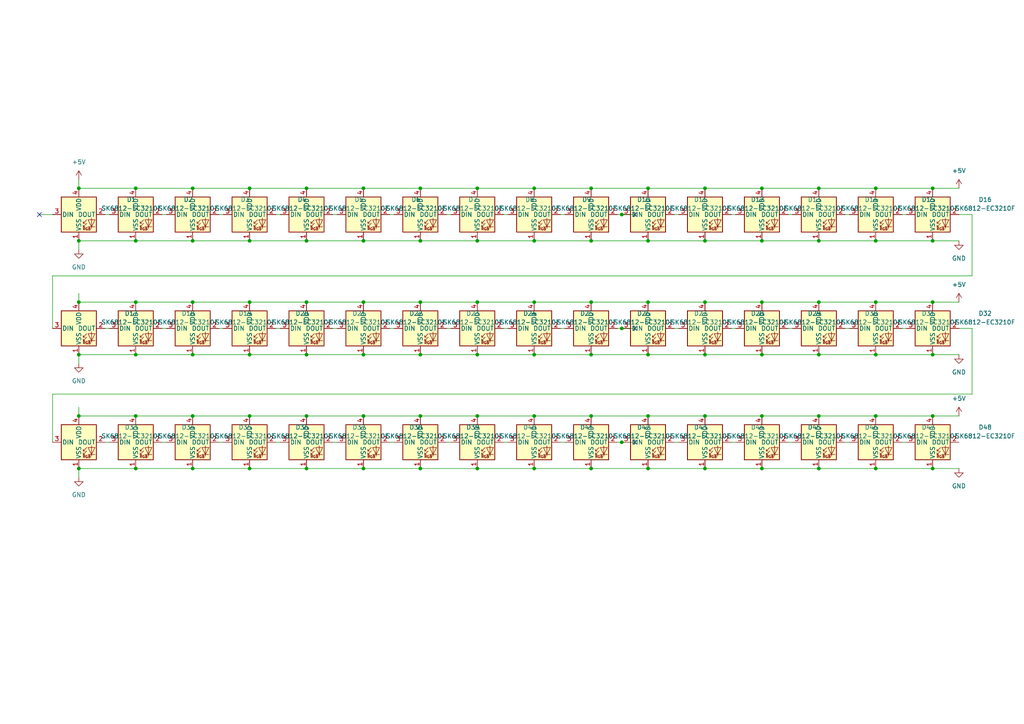
<source format=kicad_sch>
(kicad_sch (version 20230121) (generator eeschema)
  (paper "A4")
  (lib_symbols
    (symbol "CustomSymbols:SK6812-EC3210F" (pin_names (offset 0.254))
      (property "Reference" "D" (at 5.08 5.715 0))
      (property "Value" "SK6812-EC3210F" (at 1.27 -5.715 0))
      (symbol "SK6812-EC3210F_0_0"
        (text "RGB" (at 2.286 -4.191 0) (effects (font (size 0.762 0.762))))
      )
      (symbol "SK6812-EC3210F_0_1"
        (polyline (pts (xy 1.27 -3.556) (xy 1.778 -3.556)))
        (polyline (pts (xy 1.27 -2.54) (xy 1.778 -2.54)))
        (polyline (pts (xy 4.699 -3.556) (xy 2.667 -3.556)))
        (polyline (pts (xy 2.286 -2.54) (xy 1.27 -3.556) (xy 1.27 -3.048)))
        (polyline (pts (xy 2.286 -1.524) (xy 1.27 -2.54) (xy 1.27 -2.032)))
        (polyline (pts (xy 3.683 -1.016) (xy 3.683 -3.556) (xy 3.683 -4.064)))
        (polyline (pts (xy 4.699 -1.524) (xy 2.667 -1.524) (xy 3.683 -3.556) (xy 4.699 -1.524)))
        (rectangle (start 5.08 5.08) (end -5.08 -5.08) (stroke (width 0.254)) (fill (type background)))
      )
      (symbol "SK6812-EC3210F_1_1"
        (pin power_in line (at 0 -7.62 90) (length 2.54) (name "VSS") (number "1"))
        (pin output line (at 7.62 0 180) (length 2.54) (name "DOUT") (number "2"))
        (pin input line (at -7.62 0 0) (length 2.54) (name "DIN") (number "3"))
        (pin power_in line (at 0 7.62 270) (length 2.54) (name "VDD") (number "4"))
      )
    )
    (symbol "power:+5V" (power) (pin_names (offset 0))
      (property "Value" "+5V" (at 0 3.556 0))
      (symbol "+5V_0_1"
        (polyline (pts (xy -0.762 1.27) (xy 0 2.54)))
        (polyline (pts (xy 0 0) (xy 0 2.54)))
        (polyline (pts (xy 0 2.54) (xy 0.762 1.27)))
      )
      (symbol "+5V_1_1"
        (pin power_in line (at 0 0 90) (length 0) hide (name "+5V") (number "1"))
      )
    )
    (symbol "power:GND" (power) (pin_names (offset 0))
      (property "Value" "GND" (at 0 -3.81 0))
      (symbol "GND_0_1"
        (polyline (pts (xy 0 0) (xy 0 -1.27) (xy 1.27 -1.27) (xy 0 -2.54) (xy -1.27 -1.27) (xy 0 -1.27)))
      )
      (symbol "GND_1_1"
        (pin power_in line (at 0 0 270) (length 0) hide (name "GND") (number "1"))
      )
    )
  )
  (junction (at 72.39 120.65))
  (junction (at 171.45 102.87))
  (junction (at 154.94 120.65))
  (junction (at 121.92 120.65))
  (junction (at 237.49 102.87))
  (junction (at 121.92 87.63))
  (junction (at 105.41 135.89))
  (junction (at 180.34 95.25))
  (junction (at 220.98 69.85))
  (junction (at 39.37 54.61))
  (junction (at 55.88 54.61))
  (junction (at 22.86 102.87))
  (junction (at 88.9 102.87))
  (junction (at 121.92 54.61))
  (junction (at 204.47 87.63))
  (junction (at 138.43 54.61))
  (junction (at 270.51 135.89))
  (junction (at 237.49 135.89))
  (junction (at 55.88 69.85))
  (junction (at 254 87.63))
  (junction (at 187.96 102.87))
  (junction (at 22.86 135.89))
  (junction (at 55.88 102.87))
  (junction (at 270.51 120.65))
  (junction (at 270.51 87.63))
  (junction (at 105.41 69.85))
  (junction (at 171.45 69.85))
  (junction (at 88.9 135.89))
  (junction (at 72.39 135.89))
  (junction (at 72.39 87.63))
  (junction (at 220.98 54.61))
  (junction (at 237.49 54.61))
  (junction (at 187.96 135.89))
  (junction (at 22.86 69.85))
  (junction (at 39.37 69.85))
  (junction (at 72.39 102.87))
  (junction (at 171.45 87.63))
  (junction (at 138.43 87.63))
  (junction (at 204.47 120.65))
  (junction (at 204.47 102.87))
  (junction (at 22.86 87.63))
  (junction (at 154.94 102.87))
  (junction (at 187.96 69.85))
  (junction (at 154.94 54.61))
  (junction (at 72.39 69.85))
  (junction (at 237.49 69.85))
  (junction (at 55.88 135.89))
  (junction (at 187.96 120.65))
  (junction (at 22.86 54.61))
  (junction (at 22.86 120.65))
  (junction (at 237.49 120.65))
  (junction (at 180.34 62.23))
  (junction (at 187.96 54.61))
  (junction (at 171.45 54.61))
  (junction (at 270.51 102.87))
  (junction (at 39.37 120.65))
  (junction (at 88.9 87.63))
  (junction (at 105.41 87.63))
  (junction (at 204.47 54.61))
  (junction (at 154.94 135.89))
  (junction (at 220.98 87.63))
  (junction (at 237.49 87.63))
  (junction (at 39.37 87.63))
  (junction (at 55.88 87.63))
  (junction (at 121.92 102.87))
  (junction (at 220.98 120.65))
  (junction (at 154.94 69.85))
  (junction (at 254 69.85))
  (junction (at 171.45 135.89))
  (junction (at 105.41 120.65))
  (junction (at 204.47 69.85))
  (junction (at 55.88 120.65))
  (junction (at 138.43 69.85))
  (junction (at 270.51 69.85))
  (junction (at 254 135.89))
  (junction (at 138.43 102.87))
  (junction (at 121.92 69.85))
  (junction (at 220.98 135.89))
  (junction (at 171.45 120.65))
  (junction (at 105.41 102.87))
  (junction (at 254 54.61))
  (junction (at 254 120.65))
  (junction (at 138.43 120.65))
  (junction (at 88.9 69.85))
  (junction (at 88.9 54.61))
  (junction (at 187.96 87.63))
  (junction (at 72.39 54.61))
  (junction (at 204.47 135.89))
  (junction (at 39.37 102.87))
  (junction (at 121.92 135.89))
  (junction (at 138.43 135.89))
  (junction (at 270.51 54.61))
  (junction (at 220.98 102.87))
  (junction (at 88.9 120.65))
  (junction (at 180.34 128.27))
  (junction (at 154.94 87.63))
  (junction (at 254 102.87))
  (junction (at 105.41 54.61))
  (junction (at 39.37 135.89))
  (no_connect (at 184.15 62.23))
  (no_connect (at 11.43 62.23))
  (no_connect (at 184.15 128.27))
  (no_connect (at 184.15 95.25))
  (wire (pts (xy 180.34 62.23) (xy 179.07 62.23)))
  (wire (pts (xy 278.13 102.87) (xy 270.51 102.87)))
  (wire (pts (xy 105.41 69.85) (xy 121.92 69.85)))
  (wire (pts (xy 30.48 128.27) (xy 31.75 128.27)))
  (wire (pts (xy 220.98 54.61) (xy 237.49 54.61)))
  (wire (pts (xy 245.11 62.23) (xy 246.38 62.23)))
  (wire (pts (xy 281.94 95.25) (xy 281.94 114.3)))
  (wire (pts (xy 72.39 135.89) (xy 88.9 135.89)))
  (wire (pts (xy 72.39 87.63) (xy 88.9 87.63)))
  (wire (pts (xy 278.13 95.25) (xy 281.94 95.25)))
  (wire (pts (xy 278.13 135.89) (xy 270.51 135.89)))
  (wire (pts (xy 129.54 62.23) (xy 130.81 62.23)))
  (wire (pts (xy 105.41 120.65) (xy 121.92 120.65)))
  (wire (pts (xy 270.51 69.85) (xy 254 69.85)))
  (wire (pts (xy 187.96 120.65) (xy 204.47 120.65)))
  (wire (pts (xy 63.5 95.25) (xy 64.77 95.25)))
  (wire (pts (xy 138.43 54.61) (xy 154.94 54.61)))
  (wire (pts (xy 88.9 135.89) (xy 105.41 135.89)))
  (wire (pts (xy 228.6 62.23) (xy 229.87 62.23)))
  (wire (pts (xy 180.34 128.27) (xy 179.07 128.27)))
  (wire (pts (xy 278.13 54.61) (xy 270.51 54.61)))
  (wire (pts (xy 55.88 120.65) (xy 72.39 120.65)))
  (wire (pts (xy 96.52 62.23) (xy 97.79 62.23)))
  (wire (pts (xy 171.45 120.65) (xy 187.96 120.65)))
  (wire (pts (xy 261.62 128.27) (xy 262.89 128.27)))
  (wire (pts (xy 184.15 95.25) (xy 180.34 95.25)))
  (wire (pts (xy 88.9 54.61) (xy 105.41 54.61)))
  (wire (pts (xy 11.43 62.23) (xy 15.24 62.23)))
  (wire (pts (xy 261.62 95.25) (xy 262.89 95.25)))
  (wire (pts (xy 105.41 102.87) (xy 121.92 102.87)))
  (wire (pts (xy 171.45 69.85) (xy 187.96 69.85)))
  (wire (pts (xy 96.52 95.25) (xy 97.79 95.25)))
  (wire (pts (xy 187.96 87.63) (xy 204.47 87.63)))
  (wire (pts (xy 138.43 135.89) (xy 154.94 135.89)))
  (wire (pts (xy 204.47 120.65) (xy 220.98 120.65)))
  (wire (pts (xy 39.37 54.61) (xy 55.88 54.61)))
  (wire (pts (xy 220.98 102.87) (xy 237.49 102.87)))
  (wire (pts (xy 180.34 95.25) (xy 179.07 95.25)))
  (wire (pts (xy 88.9 102.87) (xy 105.41 102.87)))
  (wire (pts (xy 187.96 69.85) (xy 204.47 69.85)))
  (wire (pts (xy 129.54 95.25) (xy 130.81 95.25)))
  (wire (pts (xy 46.99 128.27) (xy 48.26 128.27)))
  (wire (pts (xy 162.56 95.25) (xy 163.83 95.25)))
  (wire (pts (xy 113.03 128.27) (xy 114.3 128.27)))
  (wire (pts (xy 281.94 80.01) (xy 15.24 80.01)))
  (wire (pts (xy 88.9 120.65) (xy 105.41 120.65)))
  (wire (pts (xy 171.45 102.87) (xy 187.96 102.87)))
  (wire (pts (xy 204.47 87.63) (xy 220.98 87.63)))
  (wire (pts (xy 220.98 120.65) (xy 237.49 120.65)))
  (wire (pts (xy 254 87.63) (xy 270.51 87.63)))
  (wire (pts (xy 146.05 128.27) (xy 147.32 128.27)))
  (wire (pts (xy 22.86 52.07) (xy 22.86 54.61)))
  (wire (pts (xy 121.92 102.87) (xy 138.43 102.87)))
  (wire (pts (xy 245.11 128.27) (xy 246.38 128.27)))
  (wire (pts (xy 63.5 128.27) (xy 64.77 128.27)))
  (wire (pts (xy 39.37 87.63) (xy 55.88 87.63)))
  (wire (pts (xy 162.56 62.23) (xy 163.83 62.23)))
  (wire (pts (xy 121.92 69.85) (xy 138.43 69.85)))
  (wire (pts (xy 278.13 69.85) (xy 270.51 69.85)))
  (wire (pts (xy 162.56 128.27) (xy 163.83 128.27)))
  (wire (pts (xy 187.96 54.61) (xy 204.47 54.61)))
  (wire (pts (xy 187.96 102.87) (xy 204.47 102.87)))
  (wire (pts (xy 171.45 135.89) (xy 187.96 135.89)))
  (wire (pts (xy 237.49 54.61) (xy 254 54.61)))
  (wire (pts (xy 80.01 128.27) (xy 81.28 128.27)))
  (wire (pts (xy 154.94 69.85) (xy 171.45 69.85)))
  (wire (pts (xy 55.88 87.63) (xy 72.39 87.63)))
  (wire (pts (xy 39.37 69.85) (xy 55.88 69.85)))
  (wire (pts (xy 22.86 102.87) (xy 22.86 105.41)))
  (wire (pts (xy 220.98 87.63) (xy 237.49 87.63)))
  (wire (pts (xy 138.43 120.65) (xy 154.94 120.65)))
  (wire (pts (xy 113.03 62.23) (xy 114.3 62.23)))
  (wire (pts (xy 171.45 87.63) (xy 187.96 87.63)))
  (wire (pts (xy 187.96 135.89) (xy 204.47 135.89)))
  (wire (pts (xy 22.86 120.65) (xy 39.37 120.65)))
  (wire (pts (xy 254 54.61) (xy 270.51 54.61)))
  (wire (pts (xy 146.05 95.25) (xy 147.32 95.25)))
  (wire (pts (xy 46.99 62.23) (xy 48.26 62.23)))
  (wire (pts (xy 154.94 120.65) (xy 171.45 120.65)))
  (wire (pts (xy 105.41 135.89) (xy 121.92 135.89)))
  (wire (pts (xy 254 120.65) (xy 270.51 120.65)))
  (wire (pts (xy 281.94 114.3) (xy 15.24 114.3)))
  (wire (pts (xy 46.99 95.25) (xy 48.26 95.25)))
  (wire (pts (xy 96.52 128.27) (xy 97.79 128.27)))
  (wire (pts (xy 270.51 135.89) (xy 254 135.89)))
  (wire (pts (xy 121.92 120.65) (xy 138.43 120.65)))
  (wire (pts (xy 105.41 54.61) (xy 121.92 54.61)))
  (wire (pts (xy 55.88 54.61) (xy 72.39 54.61)))
  (wire (pts (xy 39.37 135.89) (xy 55.88 135.89)))
  (wire (pts (xy 212.09 95.25) (xy 213.36 95.25)))
  (wire (pts (xy 270.51 102.87) (xy 254 102.87)))
  (wire (pts (xy 212.09 128.27) (xy 213.36 128.27)))
  (wire (pts (xy 278.13 120.65) (xy 270.51 120.65)))
  (wire (pts (xy 154.94 87.63) (xy 171.45 87.63)))
  (wire (pts (xy 204.47 135.89) (xy 220.98 135.89)))
  (wire (pts (xy 237.49 102.87) (xy 254 102.87)))
  (wire (pts (xy 184.15 128.27) (xy 180.34 128.27)))
  (wire (pts (xy 55.88 135.89) (xy 72.39 135.89)))
  (wire (pts (xy 22.86 135.89) (xy 22.86 138.43)))
  (wire (pts (xy 278.13 62.23) (xy 281.94 62.23)))
  (wire (pts (xy 237.49 120.65) (xy 254 120.65)))
  (wire (pts (xy 22.86 69.85) (xy 39.37 69.85)))
  (wire (pts (xy 22.86 87.63) (xy 39.37 87.63)))
  (wire (pts (xy 39.37 102.87) (xy 55.88 102.87)))
  (wire (pts (xy 80.01 95.25) (xy 81.28 95.25)))
  (wire (pts (xy 72.39 54.61) (xy 88.9 54.61)))
  (wire (pts (xy 281.94 62.23) (xy 281.94 80.01)))
  (wire (pts (xy 237.49 87.63) (xy 254 87.63)))
  (wire (pts (xy 63.5 62.23) (xy 64.77 62.23)))
  (wire (pts (xy 245.11 95.25) (xy 246.38 95.25)))
  (wire (pts (xy 204.47 102.87) (xy 220.98 102.87)))
  (wire (pts (xy 146.05 62.23) (xy 147.32 62.23)))
  (wire (pts (xy 22.86 54.61) (xy 39.37 54.61)))
  (wire (pts (xy 30.48 62.23) (xy 31.75 62.23)))
  (wire (pts (xy 220.98 135.89) (xy 237.49 135.89)))
  (wire (pts (xy 154.94 102.87) (xy 171.45 102.87)))
  (wire (pts (xy 72.39 69.85) (xy 88.9 69.85)))
  (wire (pts (xy 278.13 87.63) (xy 270.51 87.63)))
  (wire (pts (xy 88.9 69.85) (xy 105.41 69.85)))
  (wire (pts (xy 195.58 62.23) (xy 196.85 62.23)))
  (wire (pts (xy 204.47 54.61) (xy 220.98 54.61)))
  (wire (pts (xy 22.86 69.85) (xy 22.86 72.39)))
  (wire (pts (xy 30.48 95.25) (xy 31.75 95.25)))
  (wire (pts (xy 138.43 102.87) (xy 154.94 102.87)))
  (wire (pts (xy 121.92 87.63) (xy 138.43 87.63)))
  (wire (pts (xy 121.92 54.61) (xy 138.43 54.61)))
  (wire (pts (xy 237.49 135.89) (xy 254 135.89)))
  (wire (pts (xy 237.49 69.85) (xy 254 69.85)))
  (wire (pts (xy 39.37 120.65) (xy 55.88 120.65)))
  (wire (pts (xy 72.39 120.65) (xy 88.9 120.65)))
  (wire (pts (xy 80.01 62.23) (xy 81.28 62.23)))
  (wire (pts (xy 22.86 118.11) (xy 22.86 120.65)))
  (wire (pts (xy 113.03 95.25) (xy 114.3 95.25)))
  (wire (pts (xy 138.43 69.85) (xy 154.94 69.85)))
  (wire (pts (xy 154.94 54.61) (xy 171.45 54.61)))
  (wire (pts (xy 22.86 135.89) (xy 39.37 135.89)))
  (wire (pts (xy 212.09 62.23) (xy 213.36 62.23)))
  (wire (pts (xy 228.6 95.25) (xy 229.87 95.25)))
  (wire (pts (xy 171.45 54.61) (xy 187.96 54.61)))
  (wire (pts (xy 228.6 128.27) (xy 229.87 128.27)))
  (wire (pts (xy 204.47 69.85) (xy 220.98 69.85)))
  (wire (pts (xy 195.58 95.25) (xy 196.85 95.25)))
  (wire (pts (xy 22.86 102.87) (xy 39.37 102.87)))
  (wire (pts (xy 105.41 87.63) (xy 121.92 87.63)))
  (wire (pts (xy 15.24 114.3) (xy 15.24 128.27)))
  (wire (pts (xy 15.24 80.01) (xy 15.24 95.25)))
  (wire (pts (xy 72.39 102.87) (xy 88.9 102.87)))
  (wire (pts (xy 121.92 135.89) (xy 138.43 135.89)))
  (wire (pts (xy 184.15 62.23) (xy 180.34 62.23)))
  (wire (pts (xy 138.43 87.63) (xy 154.94 87.63)))
  (wire (pts (xy 22.86 85.09) (xy 22.86 87.63)))
  (wire (pts (xy 220.98 69.85) (xy 237.49 69.85)))
  (wire (pts (xy 129.54 128.27) (xy 130.81 128.27)))
  (wire (pts (xy 55.88 102.87) (xy 72.39 102.87)))
  (wire (pts (xy 55.88 69.85) (xy 72.39 69.85)))
  (wire (pts (xy 88.9 87.63) (xy 105.41 87.63)))
  (wire (pts (xy 154.94 135.89) (xy 171.45 135.89)))
  (wire (pts (xy 261.62 62.23) (xy 262.89 62.23)))
  (wire (pts (xy 195.58 128.27) (xy 196.85 128.27)))
  (symbol (lib_id "CustomSymbols:SK6812-EC3210F") (at 270.51 128.27 0) (unit 1)
    (property "Reference" "D48" (at 285.75 123.9393 0))
    (property "Value" "SK6812-EC3210F" (at 285.75 126.4793 0))
    (property "Footprint" "Custom Footprint Library:SK6812-EC3210F" (effects hide))
    (property "Datasheet" "https://cdn-shop.adafruit.com/product-files/4892/4892_SK68XX-EC3210F__REV.A.pdf" (effects hide))
  )
  (symbol (lib_id "CustomSymbols:SK6812-EC3210F") (at 220.98 62.23 0) (unit 1)
    (property "Reference" "D13" (at 236.22 57.8993 0))
    (property "Value" "SK6812-EC3210F" (at 236.22 60.4393 0))
    (property "Footprint" "Custom Footprint Library:SK6812-EC3210F" (effects hide))
    (property "Datasheet" "https://cdn-shop.adafruit.com/product-files/4892/4892_SK68XX-EC3210F__REV.A.pdf" (effects hide))
  )
  (symbol (lib_id "CustomSymbols:SK6812-EC3210F") (at 55.88 95.25 0) (unit 1)
    (property "Reference" "D19" (at 71.12 90.9193 0))
    (property "Value" "SK6812-EC3210F" (at 71.12 93.4593 0))
    (property "Footprint" "Custom Footprint Library:SK6812-EC3210F" (effects hide))
    (property "Datasheet" "https://cdn-shop.adafruit.com/product-files/4892/4892_SK68XX-EC3210F__REV.A.pdf" (effects hide))
  )
  (symbol (lib_id "CustomSymbols:SK6812-EC3210F") (at 121.92 95.25 0) (unit 1)
    (property "Reference" "D23" (at 137.16 90.9193 0))
    (property "Value" "SK6812-EC3210F" (at 137.16 93.4593 0))
    (property "Footprint" "Custom Footprint Library:SK6812-EC3210F" (effects hide))
    (property "Datasheet" "https://cdn-shop.adafruit.com/product-files/4892/4892_SK68XX-EC3210F__REV.A.pdf" (effects hide))
  )
  (symbol (lib_id "power:+5V") (at 22.86 52.07 0) (unit 1)
    (property "Reference" "#PWR0101" (effects hide))
    (property "Value" "+5V" (at 22.86 46.99 0))
  )
  (symbol (lib_id "power:+5V") (at 278.13 120.65 0) (unit 1)
    (property "Reference" "#PWR07" (effects hide))
    (property "Value" "+5V" (at 278.13 115.57 0))
  )
  (symbol (lib_id "CustomSymbols:SK6812-EC3210F") (at 22.86 62.23 0) (unit 1)
    (property "Reference" "D1" (at 38.1 57.8993 0))
    (property "Value" "SK6812-EC3210F" (at 38.1 60.4393 0))
    (property "Footprint" "Custom Footprint Library:SK6812-EC3210F" (effects hide))
    (property "Datasheet" "https://cdn-shop.adafruit.com/product-files/4892/4892_SK68XX-EC3210F__REV.A.pdf" (effects hide))
  )
  (symbol (lib_id "power:GND") (at 22.86 138.43 0) (unit 1)
    (property "Reference" "#PWR06" (effects hide))
    (property "Value" "GND" (at 22.86 143.51 0))
  )
  (symbol (lib_id "CustomSymbols:SK6812-EC3210F") (at 187.96 95.25 0) (unit 1)
    (property "Reference" "D27" (at 203.2 90.9193 0))
    (property "Value" "SK6812-EC3210F" (at 203.2 93.4593 0))
    (property "Footprint" "Custom Footprint Library:SK6812-EC3210F" (effects hide))
    (property "Datasheet" "https://cdn-shop.adafruit.com/product-files/4892/4892_SK68XX-EC3210F__REV.A.pdf" (effects hide))
  )
  (symbol (lib_id "CustomSymbols:SK6812-EC3210F") (at 22.86 95.25 0) (unit 1)
    (property "Reference" "D17" (at 38.1 90.9193 0))
    (property "Value" "SK6812-EC3210F" (at 38.1 93.4593 0))
    (property "Footprint" "Custom Footprint Library:SK6812-EC3210F" (effects hide))
    (property "Datasheet" "https://cdn-shop.adafruit.com/product-files/4892/4892_SK68XX-EC3210F__REV.A.pdf" (effects hide))
  )
  (symbol (lib_id "CustomSymbols:SK6812-EC3210F") (at 121.92 62.23 0) (unit 1)
    (property "Reference" "D7" (at 137.16 57.8993 0))
    (property "Value" "SK6812-EC3210F" (at 137.16 60.4393 0))
    (property "Footprint" "Custom Footprint Library:SK6812-EC3210F" (effects hide))
    (property "Datasheet" "https://cdn-shop.adafruit.com/product-files/4892/4892_SK68XX-EC3210F__REV.A.pdf" (effects hide))
  )
  (symbol (lib_id "CustomSymbols:SK6812-EC3210F") (at 204.47 62.23 0) (unit 1)
    (property "Reference" "D12" (at 219.71 57.8993 0))
    (property "Value" "SK6812-EC3210F" (at 219.71 60.4393 0))
    (property "Footprint" "Custom Footprint Library:SK6812-EC3210F" (effects hide))
    (property "Datasheet" "https://cdn-shop.adafruit.com/product-files/4892/4892_SK68XX-EC3210F__REV.A.pdf" (effects hide))
  )
  (symbol (lib_id "CustomSymbols:SK6812-EC3210F") (at 105.41 62.23 0) (unit 1)
    (property "Reference" "D6" (at 120.65 57.8993 0))
    (property "Value" "SK6812-EC3210F" (at 120.65 60.4393 0))
    (property "Footprint" "Custom Footprint Library:SK6812-EC3210F" (effects hide))
    (property "Datasheet" "https://cdn-shop.adafruit.com/product-files/4892/4892_SK68XX-EC3210F__REV.A.pdf" (effects hide))
  )
  (symbol (lib_id "CustomSymbols:SK6812-EC3210F") (at 22.86 128.27 0) (unit 1)
    (property "Reference" "D33" (at 38.1 123.9393 0))
    (property "Value" "SK6812-EC3210F" (at 38.1 126.4793 0))
    (property "Footprint" "Custom Footprint Library:SK6812-EC3210F" (effects hide))
    (property "Datasheet" "https://cdn-shop.adafruit.com/product-files/4892/4892_SK68XX-EC3210F__REV.A.pdf" (effects hide))
  )
  (symbol (lib_id "CustomSymbols:SK6812-EC3210F") (at 39.37 95.25 0) (unit 1)
    (property "Reference" "D18" (at 54.61 90.9193 0))
    (property "Value" "SK6812-EC3210F" (at 54.61 93.4593 0))
    (property "Footprint" "Custom Footprint Library:SK6812-EC3210F" (effects hide))
    (property "Datasheet" "https://cdn-shop.adafruit.com/product-files/4892/4892_SK68XX-EC3210F__REV.A.pdf" (effects hide))
  )
  (symbol (lib_id "CustomSymbols:SK6812-EC3210F") (at 171.45 128.27 0) (unit 1)
    (property "Reference" "D42" (at 186.69 123.9393 0))
    (property "Value" "SK6812-EC3210F" (at 186.69 126.4793 0))
    (property "Footprint" "Custom Footprint Library:SK6812-EC3210F" (effects hide))
    (property "Datasheet" "https://cdn-shop.adafruit.com/product-files/4892/4892_SK68XX-EC3210F__REV.A.pdf" (effects hide))
  )
  (symbol (lib_id "CustomSymbols:SK6812-EC3210F") (at 270.51 95.25 0) (unit 1)
    (property "Reference" "D32" (at 285.75 90.9193 0))
    (property "Value" "SK6812-EC3210F" (at 285.75 93.4593 0))
    (property "Footprint" "Custom Footprint Library:SK6812-EC3210F" (effects hide))
    (property "Datasheet" "https://cdn-shop.adafruit.com/product-files/4892/4892_SK68XX-EC3210F__REV.A.pdf" (effects hide))
  )
  (symbol (lib_id "CustomSymbols:SK6812-EC3210F") (at 88.9 128.27 0) (unit 1)
    (property "Reference" "D37" (at 104.14 123.9393 0))
    (property "Value" "SK6812-EC3210F" (at 104.14 126.4793 0))
    (property "Footprint" "Custom Footprint Library:SK6812-EC3210F" (effects hide))
    (property "Datasheet" "https://cdn-shop.adafruit.com/product-files/4892/4892_SK68XX-EC3210F__REV.A.pdf" (effects hide))
  )
  (symbol (lib_id "CustomSymbols:SK6812-EC3210F") (at 187.96 62.23 0) (unit 1)
    (property "Reference" "D11" (at 203.2 57.8993 0))
    (property "Value" "SK6812-EC3210F" (at 203.2 60.4393 0))
    (property "Footprint" "Custom Footprint Library:SK6812-EC3210F" (effects hide))
    (property "Datasheet" "https://cdn-shop.adafruit.com/product-files/4892/4892_SK68XX-EC3210F__REV.A.pdf" (effects hide))
  )
  (symbol (lib_id "CustomSymbols:SK6812-EC3210F") (at 187.96 128.27 0) (unit 1)
    (property "Reference" "D43" (at 203.2 123.9393 0))
    (property "Value" "SK6812-EC3210F" (at 203.2 126.4793 0))
    (property "Footprint" "Custom Footprint Library:SK6812-EC3210F" (effects hide))
    (property "Datasheet" "https://cdn-shop.adafruit.com/product-files/4892/4892_SK68XX-EC3210F__REV.A.pdf" (effects hide))
  )
  (symbol (lib_id "CustomSymbols:SK6812-EC3210F") (at 55.88 62.23 0) (unit 1)
    (property "Reference" "D3" (at 71.12 57.8993 0))
    (property "Value" "SK6812-EC3210F" (at 71.12 60.4393 0))
    (property "Footprint" "Custom Footprint Library:SK6812-EC3210F" (effects hide))
    (property "Datasheet" "https://cdn-shop.adafruit.com/product-files/4892/4892_SK68XX-EC3210F__REV.A.pdf" (effects hide))
  )
  (symbol (lib_id "CustomSymbols:SK6812-EC3210F") (at 237.49 62.23 0) (unit 1)
    (property "Reference" "D14" (at 252.73 57.8993 0))
    (property "Value" "SK6812-EC3210F" (at 252.73 60.4393 0))
    (property "Footprint" "Custom Footprint Library:SK6812-EC3210F" (effects hide))
    (property "Datasheet" "https://cdn-shop.adafruit.com/product-files/4892/4892_SK68XX-EC3210F__REV.A.pdf" (effects hide))
  )
  (symbol (lib_id "CustomSymbols:SK6812-EC3210F") (at 39.37 128.27 0) (unit 1)
    (property "Reference" "D34" (at 54.61 123.9393 0))
    (property "Value" "SK6812-EC3210F" (at 54.61 126.4793 0))
    (property "Footprint" "Custom Footprint Library:SK6812-EC3210F" (effects hide))
    (property "Datasheet" "https://cdn-shop.adafruit.com/product-files/4892/4892_SK68XX-EC3210F__REV.A.pdf" (effects hide))
  )
  (symbol (lib_id "CustomSymbols:SK6812-EC3210F") (at 171.45 62.23 0) (unit 1)
    (property "Reference" "D10" (at 186.69 57.8993 0))
    (property "Value" "SK6812-EC3210F" (at 186.69 60.4393 0))
    (property "Footprint" "Custom Footprint Library:SK6812-EC3210F" (effects hide))
    (property "Datasheet" "https://cdn-shop.adafruit.com/product-files/4892/4892_SK68XX-EC3210F__REV.A.pdf" (effects hide))
  )
  (symbol (lib_id "power:+5V") (at 278.13 54.61 0) (unit 1)
    (property "Reference" "#PWR01" (effects hide))
    (property "Value" "+5V" (at 278.13 49.53 0))
  )
  (symbol (lib_id "CustomSymbols:SK6812-EC3210F") (at 39.37 62.23 0) (unit 1)
    (property "Reference" "D2" (at 54.61 57.8993 0))
    (property "Value" "SK6812-EC3210F" (at 54.61 60.4393 0))
    (property "Footprint" "Custom Footprint Library:SK6812-EC3210F" (effects hide))
    (property "Datasheet" "https://cdn-shop.adafruit.com/product-files/4892/4892_SK68XX-EC3210F__REV.A.pdf" (effects hide))
  )
  (symbol (lib_id "power:GND") (at 278.13 69.85 0) (unit 1)
    (property "Reference" "#PWR02" (effects hide))
    (property "Value" "GND" (at 278.13 74.93 0))
  )
  (symbol (lib_id "CustomSymbols:SK6812-EC3210F") (at 72.39 95.25 0) (unit 1)
    (property "Reference" "D20" (at 87.63 90.9193 0))
    (property "Value" "SK6812-EC3210F" (at 87.63 93.4593 0))
    (property "Footprint" "Custom Footprint Library:SK6812-EC3210F" (effects hide))
    (property "Datasheet" "https://cdn-shop.adafruit.com/product-files/4892/4892_SK68XX-EC3210F__REV.A.pdf" (effects hide))
  )
  (symbol (lib_id "CustomSymbols:SK6812-EC3210F") (at 138.43 62.23 0) (unit 1)
    (property "Reference" "D8" (at 153.67 57.8993 0))
    (property "Value" "SK6812-EC3210F" (at 153.67 60.4393 0))
    (property "Footprint" "Custom Footprint Library:SK6812-EC3210F" (effects hide))
    (property "Datasheet" "https://cdn-shop.adafruit.com/product-files/4892/4892_SK68XX-EC3210F__REV.A.pdf" (effects hide))
  )
  (symbol (lib_id "CustomSymbols:SK6812-EC3210F") (at 237.49 95.25 0) (unit 1)
    (property "Reference" "D30" (at 252.73 90.9193 0))
    (property "Value" "SK6812-EC3210F" (at 252.73 93.4593 0))
    (property "Footprint" "Custom Footprint Library:SK6812-EC3210F" (effects hide))
    (property "Datasheet" "https://cdn-shop.adafruit.com/product-files/4892/4892_SK68XX-EC3210F__REV.A.pdf" (effects hide))
  )
  (symbol (lib_id "CustomSymbols:SK6812-EC3210F") (at 72.39 62.23 0) (unit 1)
    (property "Reference" "D4" (at 87.63 57.8993 0))
    (property "Value" "SK6812-EC3210F" (at 87.63 60.4393 0))
    (property "Footprint" "Custom Footprint Library:SK6812-EC3210F" (effects hide))
    (property "Datasheet" "https://cdn-shop.adafruit.com/product-files/4892/4892_SK68XX-EC3210F__REV.A.pdf" (effects hide))
  )
  (symbol (lib_id "CustomSymbols:SK6812-EC3210F") (at 171.45 95.25 0) (unit 1)
    (property "Reference" "D26" (at 186.69 90.9193 0))
    (property "Value" "SK6812-EC3210F" (at 186.69 93.4593 0))
    (property "Footprint" "Custom Footprint Library:SK6812-EC3210F" (effects hide))
    (property "Datasheet" "https://cdn-shop.adafruit.com/product-files/4892/4892_SK68XX-EC3210F__REV.A.pdf" (effects hide))
  )
  (symbol (lib_id "CustomSymbols:SK6812-EC3210F") (at 204.47 128.27 0) (unit 1)
    (property "Reference" "D44" (at 219.71 123.9393 0))
    (property "Value" "SK6812-EC3210F" (at 219.71 126.4793 0))
    (property "Footprint" "Custom Footprint Library:SK6812-EC3210F" (effects hide))
    (property "Datasheet" "https://cdn-shop.adafruit.com/product-files/4892/4892_SK68XX-EC3210F__REV.A.pdf" (effects hide))
  )
  (symbol (lib_id "power:GND") (at 22.86 72.39 0) (unit 1)
    (property "Reference" "#PWR0102" (effects hide))
    (property "Value" "GND" (at 22.86 77.47 0))
  )
  (symbol (lib_id "CustomSymbols:SK6812-EC3210F") (at 138.43 128.27 0) (unit 1)
    (property "Reference" "D40" (at 153.67 123.9393 0))
    (property "Value" "SK6812-EC3210F" (at 153.67 126.4793 0))
    (property "Footprint" "Custom Footprint Library:SK6812-EC3210F" (effects hide))
    (property "Datasheet" "https://cdn-shop.adafruit.com/product-files/4892/4892_SK68XX-EC3210F__REV.A.pdf" (effects hide))
  )
  (symbol (lib_id "CustomSymbols:SK6812-EC3210F") (at 270.51 62.23 0) (unit 1)
    (property "Reference" "D16" (at 285.75 57.8993 0))
    (property "Value" "SK6812-EC3210F" (at 285.75 60.4393 0))
    (property "Footprint" "Custom Footprint Library:SK6812-EC3210F" (effects hide))
    (property "Datasheet" "https://cdn-shop.adafruit.com/product-files/4892/4892_SK68XX-EC3210F__REV.A.pdf" (effects hide))
  )
  (symbol (lib_id "CustomSymbols:SK6812-EC3210F") (at 138.43 95.25 0) (unit 1)
    (property "Reference" "D24" (at 153.67 90.9193 0))
    (property "Value" "SK6812-EC3210F" (at 153.67 93.4593 0))
    (property "Footprint" "Custom Footprint Library:SK6812-EC3210F" (effects hide))
    (property "Datasheet" "https://cdn-shop.adafruit.com/product-files/4892/4892_SK68XX-EC3210F__REV.A.pdf" (effects hide))
  )
  (symbol (lib_id "CustomSymbols:SK6812-EC3210F") (at 254 128.27 0) (unit 1)
    (property "Reference" "D47" (at 269.24 123.9393 0))
    (property "Value" "SK6812-EC3210F" (at 269.24 126.4793 0))
    (property "Footprint" "Custom Footprint Library:SK6812-EC3210F" (effects hide))
    (property "Datasheet" "https://cdn-shop.adafruit.com/product-files/4892/4892_SK68XX-EC3210F__REV.A.pdf" (effects hide))
  )
  (symbol (lib_id "CustomSymbols:SK6812-EC3210F") (at 220.98 95.25 0) (unit 1)
    (property "Reference" "D29" (at 236.22 90.9193 0))
    (property "Value" "SK6812-EC3210F" (at 236.22 93.4593 0))
    (property "Footprint" "Custom Footprint Library:SK6812-EC3210F" (effects hide))
    (property "Datasheet" "https://cdn-shop.adafruit.com/product-files/4892/4892_SK68XX-EC3210F__REV.A.pdf" (effects hide))
  )
  (symbol (lib_id "power:GND") (at 278.13 135.89 0) (unit 1)
    (property "Reference" "#PWR08" (effects hide))
    (property "Value" "GND" (at 278.13 140.97 0))
  )
  (symbol (lib_id "CustomSymbols:SK6812-EC3210F") (at 121.92 128.27 0) (unit 1)
    (property "Reference" "D39" (at 137.16 123.9393 0))
    (property "Value" "SK6812-EC3210F" (at 137.16 126.4793 0))
    (property "Footprint" "Custom Footprint Library:SK6812-EC3210F" (effects hide))
    (property "Datasheet" "https://cdn-shop.adafruit.com/product-files/4892/4892_SK68XX-EC3210F__REV.A.pdf" (effects hide))
  )
  (symbol (lib_id "CustomSymbols:SK6812-EC3210F") (at 154.94 95.25 0) (unit 1)
    (property "Reference" "D25" (at 170.18 90.9193 0))
    (property "Value" "SK6812-EC3210F" (at 170.18 93.4593 0))
    (property "Footprint" "Custom Footprint Library:SK6812-EC3210F" (effects hide))
    (property "Datasheet" "https://cdn-shop.adafruit.com/product-files/4892/4892_SK68XX-EC3210F__REV.A.pdf" (effects hide))
  )
  (symbol (lib_id "CustomSymbols:SK6812-EC3210F") (at 88.9 62.23 0) (unit 1)
    (property "Reference" "D5" (at 104.14 57.8993 0))
    (property "Value" "SK6812-EC3210F" (at 104.14 60.4393 0))
    (property "Footprint" "Custom Footprint Library:SK6812-EC3210F" (effects hide))
    (property "Datasheet" "https://cdn-shop.adafruit.com/product-files/4892/4892_SK68XX-EC3210F__REV.A.pdf" (effects hide))
  )
  (symbol (lib_id "CustomSymbols:SK6812-EC3210F") (at 220.98 128.27 0) (unit 1)
    (property "Reference" "D45" (at 236.22 123.9393 0))
    (property "Value" "SK6812-EC3210F" (at 236.22 126.4793 0))
    (property "Footprint" "Custom Footprint Library:SK6812-EC3210F" (effects hide))
    (property "Datasheet" "https://cdn-shop.adafruit.com/product-files/4892/4892_SK68XX-EC3210F__REV.A.pdf" (effects hide))
  )
  (symbol (lib_id "CustomSymbols:SK6812-EC3210F") (at 254 62.23 0) (unit 1)
    (property "Reference" "D15" (at 269.24 57.8993 0))
    (property "Value" "SK6812-EC3210F" (at 269.24 60.4393 0))
    (property "Footprint" "Custom Footprint Library:SK6812-EC3210F" (effects hide))
    (property "Datasheet" "https://cdn-shop.adafruit.com/product-files/4892/4892_SK68XX-EC3210F__REV.A.pdf" (effects hide))
  )
  (symbol (lib_id "CustomSymbols:SK6812-EC3210F") (at 55.88 128.27 0) (unit 1)
    (property "Reference" "D35" (at 71.12 123.9393 0))
    (property "Value" "SK6812-EC3210F" (at 71.12 126.4793 0))
    (property "Footprint" "Custom Footprint Library:SK6812-EC3210F" (effects hide))
    (property "Datasheet" "https://cdn-shop.adafruit.com/product-files/4892/4892_SK68XX-EC3210F__REV.A.pdf" (effects hide))
  )
  (symbol (lib_id "power:GND") (at 22.86 105.41 0) (unit 1)
    (property "Reference" "#PWR03" (effects hide))
    (property "Value" "GND" (at 22.86 110.49 0))
  )
  (symbol (lib_id "CustomSymbols:SK6812-EC3210F") (at 154.94 62.23 0) (unit 1)
    (property "Reference" "D9" (at 170.18 57.8993 0))
    (property "Value" "SK6812-EC3210F" (at 170.18 60.4393 0))
    (property "Footprint" "Custom Footprint Library:SK6812-EC3210F" (effects hide))
    (property "Datasheet" "https://cdn-shop.adafruit.com/product-files/4892/4892_SK68XX-EC3210F__REV.A.pdf" (effects hide))
  )
  (symbol (lib_id "CustomSymbols:SK6812-EC3210F") (at 72.39 128.27 0) (unit 1)
    (property "Reference" "D36" (at 87.63 123.9393 0))
    (property "Value" "SK6812-EC3210F" (at 87.63 126.4793 0))
    (property "Footprint" "Custom Footprint Library:SK6812-EC3210F" (effects hide))
    (property "Datasheet" "https://cdn-shop.adafruit.com/product-files/4892/4892_SK68XX-EC3210F__REV.A.pdf" (effects hide))
  )
  (symbol (lib_id "CustomSymbols:SK6812-EC3210F") (at 254 95.25 0) (unit 1)
    (property "Reference" "D31" (at 269.24 90.9193 0))
    (property "Value" "SK6812-EC3210F" (at 269.24 93.4593 0))
    (property "Footprint" "Custom Footprint Library:SK6812-EC3210F" (effects hide))
    (property "Datasheet" "https://cdn-shop.adafruit.com/product-files/4892/4892_SK68XX-EC3210F__REV.A.pdf" (effects hide))
  )
  (symbol (lib_id "power:GND") (at 278.13 102.87 0) (unit 1)
    (property "Reference" "#PWR05" (effects hide))
    (property "Value" "GND" (at 278.13 107.95 0))
  )
  (symbol (lib_id "CustomSymbols:SK6812-EC3210F") (at 105.41 128.27 0) (unit 1)
    (property "Reference" "D38" (at 120.65 123.9393 0))
    (property "Value" "SK6812-EC3210F" (at 120.65 126.4793 0))
    (property "Footprint" "Custom Footprint Library:SK6812-EC3210F" (effects hide))
    (property "Datasheet" "https://cdn-shop.adafruit.com/product-files/4892/4892_SK68XX-EC3210F__REV.A.pdf" (effects hide))
  )
  (symbol (lib_id "CustomSymbols:SK6812-EC3210F") (at 204.47 95.25 0) (unit 1)
    (property "Reference" "D28" (at 219.71 90.9193 0))
    (property "Value" "SK6812-EC3210F" (at 219.71 93.4593 0))
    (property "Footprint" "Custom Footprint Library:SK6812-EC3210F" (effects hide))
    (property "Datasheet" "https://cdn-shop.adafruit.com/product-files/4892/4892_SK68XX-EC3210F__REV.A.pdf" (effects hide))
  )
  (symbol (lib_id "CustomSymbols:SK6812-EC3210F") (at 154.94 128.27 0) (unit 1)
    (property "Reference" "D41" (at 170.18 123.9393 0))
    (property "Value" "SK6812-EC3210F" (at 170.18 126.4793 0))
    (property "Footprint" "Custom Footprint Library:SK6812-EC3210F" (effects hide))
    (property "Datasheet" "https://cdn-shop.adafruit.com/product-files/4892/4892_SK68XX-EC3210F__REV.A.pdf" (effects hide))
  )
  (symbol (lib_id "power:+5V") (at 278.13 87.63 0) (unit 1)
    (property "Reference" "#PWR04" (effects hide))
    (property "Value" "+5V" (at 278.13 82.55 0))
  )
  (symbol (lib_id "CustomSymbols:SK6812-EC3210F") (at 237.49 128.27 0) (unit 1)
    (property "Reference" "D46" (at 252.73 123.9393 0))
    (property "Value" "SK6812-EC3210F" (at 252.73 126.4793 0))
    (property "Footprint" "Custom Footprint Library:SK6812-EC3210F" (effects hide))
    (property "Datasheet" "https://cdn-shop.adafruit.com/product-files/4892/4892_SK68XX-EC3210F__REV.A.pdf" (effects hide))
  )
  (symbol (lib_id "CustomSymbols:SK6812-EC3210F") (at 88.9 95.25 0) (unit 1)
    (property "Reference" "D21" (at 104.14 90.9193 0))
    (property "Value" "SK6812-EC3210F" (at 104.14 93.4593 0))
    (property "Footprint" "Custom Footprint Library:SK6812-EC3210F" (effects hide))
    (property "Datasheet" "https://cdn-shop.adafruit.com/product-files/4892/4892_SK68XX-EC3210F__REV.A.pdf" (effects hide))
  )
  (symbol (lib_id "CustomSymbols:SK6812-EC3210F") (at 105.41 95.25 0) (unit 1)
    (property "Reference" "D22" (at 120.65 90.9193 0))
    (property "Value" "SK6812-EC3210F" (at 120.65 93.4593 0))
    (property "Footprint" "Custom Footprint Library:SK6812-EC3210F" (effects hide))
    (property "Datasheet" "https://cdn-shop.adafruit.com/product-files/4892/4892_SK68XX-EC3210F__REV.A.pdf" (effects hide))
  )
)
</source>
